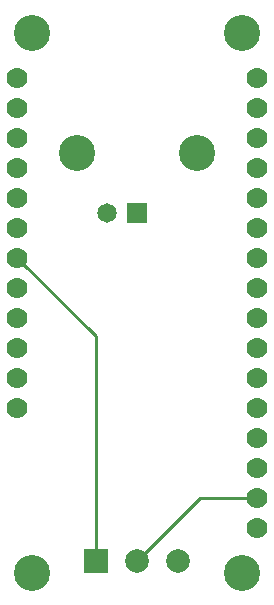
<source format=gbr>
G04 #@! TF.GenerationSoftware,KiCad,Pcbnew,5.1.7-a382d34a8~87~ubuntu18.04.1*
G04 #@! TF.CreationDate,2021-01-18T08:48:31-08:00*
G04 #@! TF.ProjectId,ph_feather_wing,70685f66-6561-4746-9865-725f77696e67,rev?*
G04 #@! TF.SameCoordinates,Original*
G04 #@! TF.FileFunction,Copper,L2,Bot*
G04 #@! TF.FilePolarity,Positive*
%FSLAX46Y46*%
G04 Gerber Fmt 4.6, Leading zero omitted, Abs format (unit mm)*
G04 Created by KiCad (PCBNEW 5.1.7-a382d34a8~87~ubuntu18.04.1) date 2021-01-18 08:48:31*
%MOMM*%
%LPD*%
G01*
G04 APERTURE LIST*
G04 #@! TA.AperFunction,WasherPad*
%ADD10C,3.048000*%
G04 #@! TD*
G04 #@! TA.AperFunction,ComponentPad*
%ADD11C,3.048000*%
G04 #@! TD*
G04 #@! TA.AperFunction,ComponentPad*
%ADD12C,1.778000*%
G04 #@! TD*
G04 #@! TA.AperFunction,ComponentPad*
%ADD13R,1.651000X1.651000*%
G04 #@! TD*
G04 #@! TA.AperFunction,ComponentPad*
%ADD14C,1.651000*%
G04 #@! TD*
G04 #@! TA.AperFunction,ComponentPad*
%ADD15C,2.000000*%
G04 #@! TD*
G04 #@! TA.AperFunction,ComponentPad*
%ADD16R,2.000000X2.000000*%
G04 #@! TD*
G04 #@! TA.AperFunction,Conductor*
%ADD17C,0.250000*%
G04 #@! TD*
G04 APERTURE END LIST*
D10*
X67310000Y-53340000D03*
X85090000Y-53340000D03*
D11*
X85090000Y-99060000D03*
X67310000Y-99060000D03*
D12*
X66040000Y-57150000D03*
X66040000Y-59690000D03*
X66040000Y-62230000D03*
X66040000Y-64770000D03*
X66040000Y-67310000D03*
X66040000Y-69850000D03*
X66040000Y-72390000D03*
X66040000Y-74930000D03*
X66040000Y-77470000D03*
X66040000Y-80010000D03*
X66040000Y-82550000D03*
X66040000Y-85090000D03*
X86360000Y-95250000D03*
X86360000Y-92710000D03*
X86360000Y-90170000D03*
X86360000Y-87630000D03*
X86360000Y-85090000D03*
X86360000Y-82550000D03*
X86360000Y-80010000D03*
X86360000Y-77470000D03*
X86360000Y-74930000D03*
X86360000Y-72390000D03*
X86360000Y-69850000D03*
X86360000Y-67310000D03*
X86360000Y-64770000D03*
X86360000Y-62230000D03*
X86360000Y-59690000D03*
X86360000Y-57150000D03*
D11*
X71120000Y-63500000D03*
X81280000Y-63500000D03*
D13*
X76200000Y-68580000D03*
D14*
X73660000Y-68580000D03*
D15*
X76200000Y-98044000D03*
D16*
X72699880Y-98044000D03*
D15*
X79700120Y-98044000D03*
D17*
X76200000Y-98044000D02*
X81534000Y-92710000D01*
X81534000Y-92710000D02*
X86360000Y-92710000D01*
X72699900Y-98044000D02*
X72699900Y-79049900D01*
X72699900Y-79049900D02*
X66040000Y-72390000D01*
M02*

</source>
